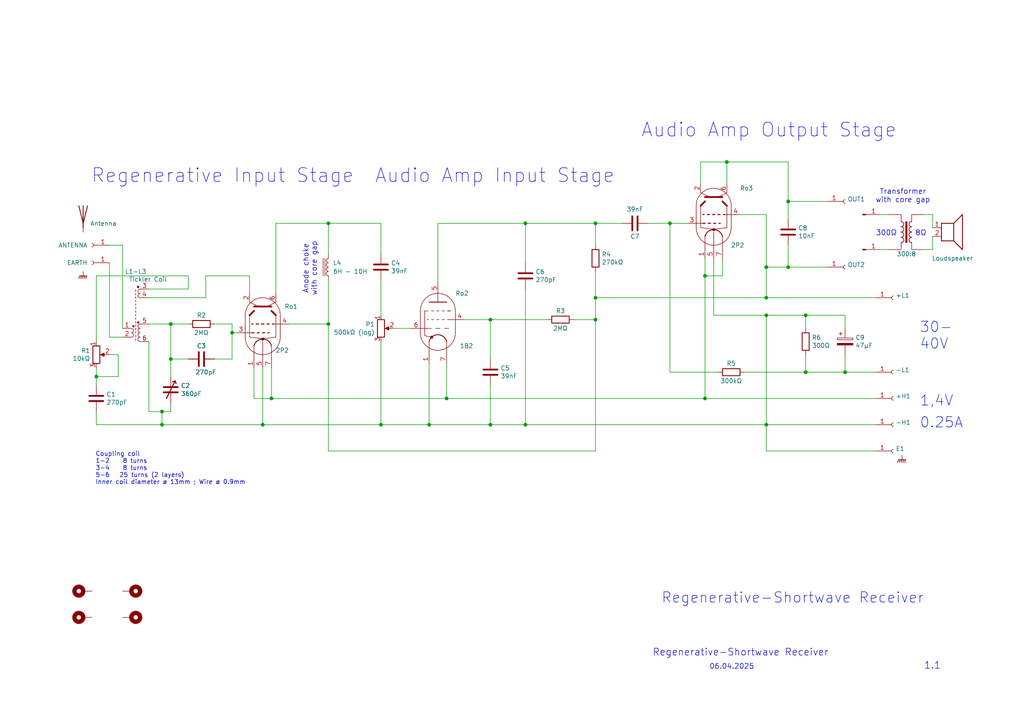
<source format=kicad_sch>
(kicad_sch (version 20250114) (generator "eeschema") (generator_version "9.0")
  (paper "A4")
  (lib_symbols
    (symbol "Connector:Conn_01x01_Pin" (pin_names (offset 1.016) (hide yes))
      (property "Reference" "J" (at 0 2.54 0))
      (property "Value" "Conn_01x01_Pin" (at 0 -2.54 0))
      (symbol "Conn_01x01_Pin_1_1"
        (rectangle (start 0.8636 0.127) (end 0 -0.127) (stroke (width 0.1524)) (fill (type outline)))
        (polyline (pts (xy 1.27 0) (xy 0.8636 0)) (stroke (width 0.1524)))
        (pin passive line (at 5.08 0 180) (length 3.81) (name "Pin_1") (number "1"))
      )
    )
    (symbol "Connector:Conn_01x01_Socket" (pin_names (offset 1.016) (hide yes))
      (property "Reference" "J" (at 0 2.54 0))
      (property "Value" "Conn_01x01_Socket" (at 0 -2.54 0))
      (symbol "Conn_01x01_Socket_1_1"
        (polyline (pts (xy -1.27 0) (xy -0.508 0)) (stroke (width 0.1524)))
        (arc (start 0 -0.508) (mid -0.5058 0) (end 0 0.508) (stroke (width 0.1524)))
        (pin passive line (at -5.08 0 0) (length 3.81) (name "Pin_1") (number "1"))
      )
    )
    (symbol "Device:Antenna" (pin_numbers (hide yes)) (pin_names (offset 1.016) (hide yes))
      (property "Reference" "AE" (at -1.905 1.905 0))
      (property "Value" "Antenna" (at -1.905 0 0))
      (symbol "Antenna_0_1"
        (polyline (pts (xy 0 2.54) (xy 0 -3.81)) (stroke (width 0.254)))
        (polyline (pts (xy 1.27 2.54) (xy 0 -2.54) (xy -1.27 2.54)) (stroke (width 0.254)))
      )
      (symbol "Antenna_1_1"
        (pin input line (at 0 -5.08 90) (length 2.54) (name "A") (number "1"))
      )
    )
    (symbol "Device:C" (pin_numbers (hide yes)) (pin_names (offset 0.254))
      (property "Reference" "C" (at 0.635 2.54 0))
      (property "Value" "C" (at 0.635 -2.54 0))
      (symbol "C_0_1"
        (polyline (pts (xy -2.032 0.762) (xy 2.032 0.762)) (stroke (width 0.508)))
        (polyline (pts (xy -2.032 -0.762) (xy 2.032 -0.762)) (stroke (width 0.508)))
      )
      (symbol "C_1_1"
        (pin passive line (at 0 3.81 270) (length 2.794) (name "~") (number "1"))
        (pin passive line (at 0 -3.81 90) (length 2.794) (name "~") (number "2"))
      )
    )
    (symbol "Device:C_Polarized" (pin_numbers (hide yes)) (pin_names (offset 0.254))
      (property "Reference" "C" (at 0.635 2.54 0))
      (property "Value" "C_Polarized" (at 0.635 -2.54 0))
      (symbol "C_Polarized_0_1"
        (rectangle (start -2.286 0.508) (end 2.286 1.016))
        (polyline (pts (xy -1.778 2.286) (xy -0.762 2.286)))
        (polyline (pts (xy -1.27 2.794) (xy -1.27 1.778)))
        (rectangle (start 2.286 -0.508) (end -2.286 -1.016) (fill (type outline)))
      )
      (symbol "C_Polarized_1_1"
        (pin passive line (at 0 3.81 270) (length 2.794) (name "~") (number "1"))
        (pin passive line (at 0 -3.81 90) (length 2.794) (name "~") (number "2"))
      )
    )
    (symbol "Device:C_Variable" (pin_numbers (hide yes)) (pin_names (offset 0.254) (hide yes))
      (property "Reference" "C" (at 0.635 -1.905 0))
      (property "Value" "C_Variable" (at 0.635 -3.81 0))
      (symbol "C_Variable_0_1"
        (polyline (pts (xy -2.032 0.762) (xy 2.032 0.762)) (stroke (width 0.508)))
        (polyline (pts (xy -2.032 -0.762) (xy 2.032 -0.762)) (stroke (width 0.508)))
        (polyline (pts (xy 1.27 2.54) (xy -1.27 -2.54)) (stroke (width 0.3048)))
        (polyline (pts (xy 1.27 2.54) (xy 0.508 2.286)) (stroke (width 0.3048)))
        (polyline (pts (xy 1.27 2.54) (xy 1.524 1.778)) (stroke (width 0.3048)))
      )
      (symbol "C_Variable_1_1"
        (pin passive line (at 0 3.81 270) (length 3.048) (name "~") (number "1"))
        (pin passive line (at 0 -3.81 90) (length 3.048) (name "~") (number "2"))
      )
    )
    (symbol "Device:L_Iron" (pin_numbers (hide yes)) (pin_names (offset 1.016) (hide yes))
      (property "Reference" "L" (at -1.27 0 90))
      (property "Value" "L_Iron" (at 2.794 0 90))
      (symbol "L_Iron_0_1"
        (arc (start 0 2.54) (mid 0.6323 1.905) (end 0 1.27))
        (arc (start 0 1.27) (mid 0.6323 0.635) (end 0 0))
        (arc (start 0 0) (mid 0.6323 -0.635) (end 0 -1.27))
        (arc (start 0 -1.27) (mid 0.6323 -1.905) (end 0 -2.54))
        (polyline (pts (xy 1.016 2.54) (xy 1.016 -2.54)))
        (polyline (pts (xy 1.524 -2.54) (xy 1.524 2.54)))
      )
      (symbol "L_Iron_1_1"
        (pin passive line (at 0 3.81 270) (length 1.27) (name "1") (number "1"))
        (pin passive line (at 0 -3.81 90) (length 1.27) (name "2") (number "2"))
      )
    )
    (symbol "Device:R" (pin_numbers (hide yes)) (pin_names (offset 0))
      (property "Reference" "R" (at 2.032 0 90))
      (property "Value" "R" (at 0 0 90))
      (symbol "R_0_1"
        (rectangle (start -1.016 -2.54) (end 1.016 2.54) (stroke (width 0.254)))
      )
      (symbol "R_1_1"
        (pin passive line (at 0 3.81 270) (length 1.27) (name "~") (number "1"))
        (pin passive line (at 0 -3.81 90) (length 1.27) (name "~") (number "2"))
      )
    )
    (symbol "Device:R_Potentiometer" (pin_names (offset 1.016) (hide yes))
      (property "Reference" "RV" (at -4.445 0 90))
      (property "Value" "R_Potentiometer" (at -2.54 0 90))
      (symbol "R_Potentiometer_0_1"
        (rectangle (start 1.016 2.54) (end -1.016 -2.54) (stroke (width 0.254)))
        (polyline (pts (xy 1.143 0) (xy 2.286 0.508) (xy 2.286 -0.508) (xy 1.143 0)) (fill (type outline)))
        (polyline (pts (xy 2.54 0) (xy 1.524 0)))
      )
      (symbol "R_Potentiometer_1_1"
        (pin passive line (at 0 3.81 270) (length 1.27) (name "1") (number "1"))
        (pin passive line (at 0 -3.81 90) (length 1.27) (name "3") (number "3"))
        (pin passive line (at 3.81 0 180) (length 1.27) (name "2") (number "2"))
      )
    )
    (symbol "Device:Speaker" (pin_names (offset 0) (hide yes))
      (property "Reference" "LS" (at 1.27 5.715 0))
      (property "Value" "Speaker" (at 1.27 3.81 0))
      (symbol "Speaker_0_0"
        (rectangle (start -2.54 1.27) (end 1.016 -3.81) (stroke (width 0.254)))
        (polyline (pts (xy 1.016 1.27) (xy 3.556 3.81) (xy 3.556 -6.35) (xy 1.016 -3.81)) (stroke (width 0.254)))
      )
      (symbol "Speaker_1_1"
        (pin input line (at -5.08 0 0) (length 2.54) (name "1") (number "1"))
        (pin input line (at -5.08 -2.54 0) (length 2.54) (name "2") (number "2"))
      )
    )
    (symbol "Mechanical:MountingHole_Pad" (pin_numbers (hide yes)) (pin_names (offset 1.016) (hide yes)) (exclude_from_sim yes) (in_bom no)
      (property "Reference" "H" (at 0 6.35 0))
      (property "Value" "MountingHole_Pad" (at 0 4.445 0))
      (symbol "MountingHole_Pad_0_1"
        (circle (center 0 1.27) (radius 1.27) (stroke (width 1.27)))
      )
      (symbol "MountingHole_Pad_1_1"
        (pin input line (at 0 -2.54 90) (length 2.54) (name "1") (number "1"))
      )
    )
    (symbol "Transformer:TRANSF1" (pin_numbers (hide yes)) (pin_names (offset 0))
      (property "Reference" "TR" (at 0 6.35 0))
      (property "Value" "TRANSF1" (at 0 -6.35 0))
      (symbol "TRANSF1_0_1"
        (polyline (pts (xy -2.54 5.08) (xy -1.524 5.08) (xy -1.524 3.048) (xy -1.524 3.048)) (stroke (width 0.1524)))
        (arc (start -1.524 3.048) (mid -0.7653 2.286) (end -1.524 1.524) (stroke (width 0.2032)))
        (arc (start -1.524 1.524) (mid -0.7653 0.762) (end -1.524 0) (stroke (width 0.2032)))
        (arc (start -1.524 0) (mid -0.7653 -0.762) (end -1.524 -1.524) (stroke (width 0.2032)))
        (arc (start -1.524 -1.524) (mid -0.7653 -2.286) (end -1.524 -3.048) (stroke (width 0.2032)))
        (polyline (pts (xy -1.524 -3.048) (xy -1.524 -5.08) (xy -2.54 -5.08) (xy -2.54 -5.08)) (stroke (width 0.1524)))
        (rectangle (start -0.254 3.048) (end 0.254 -3.048) (stroke (width 0.0254)) (fill (type outline)))
        (polyline (pts (xy 1.524 3.048) (xy 1.524 5.08) (xy 2.54 5.08) (xy 2.54 5.08)) (stroke (width 0.1524)))
        (arc (start 1.524 1.524) (mid 0.7653 2.286) (end 1.524 3.048) (stroke (width 0.2032)))
        (arc (start 1.524 0) (mid 0.7653 0.762) (end 1.524 1.524) (stroke (width 0.2032)))
        (arc (start 1.524 -1.524) (mid 0.7653 -0.762) (end 1.524 0) (stroke (width 0.2032)))
        (arc (start 1.524 -3.048) (mid 0.7653 -2.286) (end 1.524 -1.524) (stroke (width 0.2032)))
        (polyline (pts (xy 2.54 -5.08) (xy 1.524 -5.08) (xy 1.524 -3.048) (xy 1.524 -3.048)) (stroke (width 0.1524)))
      )
      (symbol "TRANSF1_1_1"
        (pin passive line (at -5.08 5.08 0) (length 2.54) (name "~") (number "1"))
        (pin passive line (at -5.08 -5.08 0) (length 2.54) (name "~") (number "2"))
        (pin passive line (at 5.08 5.08 180) (length 2.54) (name "~") (number "4"))
        (pin passive line (at 5.08 -5.08 180) (length 2.54) (name "~") (number "3"))
      )
    )
    (symbol "cbaurtx:1B2" (pin_names (offset 0) (hide yes))
      (property "Reference" "U" (at 6.35 -6.35 0))
      (property "Value" "1B2" (at 7.62 7.62 0))
      (symbol "1B2_0_1"
        (polyline (pts (xy -3.81 3.81) (xy -3.81 -3.4036)))
        (polyline (pts (xy -1.9304 -3.7592) (xy -3.81 -3.4036)))
        (polyline (pts (xy 0 9.144) (xy 0 6.4008)))
      )
      (symbol "1B2_1_1"
        (polyline (pts (xy -5.08 3.81) (xy -5.08 -2.54) (xy -5.08 -2.54)))
        (polyline (pts (xy -5.08 -1.27) (xy -3.175 -1.27)))
        (polyline (pts (xy -3.81 3.81) (xy -2.794 3.81)) (stroke (width 0.1524)))
        (polyline (pts (xy -3.175 1.27) (xy -2.794 1.27)) (stroke (width 0.1524)))
        (polyline (pts (xy -2.54 6.35) (xy 2.54 6.35) (xy 2.54 6.35)) (stroke (width 0.254)))
        (polyline (pts (xy -2.54 -8.89) (xy -2.54 -5.08)))
        (polyline (pts (xy -1.905 -1.27) (xy -3.175 -1.27)) (stroke (width 0.1524)))
        (polyline (pts (xy -1.8542 3.81) (xy -1.2192 3.81)) (stroke (width 0.1524)))
        (polyline (pts (xy -1.8542 1.27) (xy -1.2192 1.27)) (stroke (width 0.1524)))
        (circle (center -1.778 -3.81) (radius 0.3556) (fill (type outline)))
        (polyline (pts (xy -0.635 -1.27) (xy 0.635 -1.27)) (stroke (width 0.1524)))
        (polyline (pts (xy -0.3302 3.81) (xy 0.3302 3.81)) (stroke (width 0.1524)))
        (polyline (pts (xy -0.3302 1.27) (xy 0.3302 1.27)) (stroke (width 0.1524)))
        (arc (start -5.08 3.81) (mid 0 8.89) (end 5.08 3.81))
        (arc (start 5.08 -2.54) (mid 0 -7.62) (end -5.08 -2.54))
        (arc (start -2.54 -5.08) (mid 0 -3.0968) (end 2.54 -5.08) (stroke (width 0.254)))
        (polyline (pts (xy 1.2192 3.81) (xy 1.8542 3.81)) (stroke (width 0.1524)))
        (polyline (pts (xy 1.2192 1.27) (xy 1.8542 1.27)) (stroke (width 0.1524)))
        (polyline (pts (xy 1.905 -1.27) (xy 3.175 -1.27)) (stroke (width 0.1524)))
        (polyline (pts (xy 2.54 -8.89) (xy 2.54 -5.08)))
        (polyline (pts (xy 2.794 1.27) (xy 3.175 1.27)) (stroke (width 0.1524)))
        (polyline (pts (xy 2.8956 3.81) (xy 3.2766 3.81)) (stroke (width 0.1524)))
        (polyline (pts (xy 3.175 1.27) (xy 5.08 1.27)))
        (polyline (pts (xy 3.81 3.81) (xy 2.794 3.81)) (stroke (width 0.1524)))
        (polyline (pts (xy 5.08 -2.54) (xy 5.08 3.81) (xy 5.08 3.81)))
        (pin input line (at -7.62 -1.27 0) (length 2.54) (name "G1") (number "6"))
        (pin power_in line (at -2.54 -11.43 90) (length 2.54) (name "F-") (number "1"))
        (pin output line (at 0 11.684 270) (length 2.54) (name "A") (number "5"))
        (pin power_in line (at 2.54 -11.43 90) (length 2.54) (name "F+") (number "7"))
        (pin input line (at 7.62 1.27 180) (length 2.54) (name "G2") (number "4"))
      )
    )
    (symbol "cbaurtx:2P2" (pin_names (offset 0) (hide yes))
      (property "Reference" "U" (at 6.35 -6.35 0))
      (property "Value" "2P2" (at 7.62 7.62 0))
      (symbol "2P2_0_1"
        (polyline (pts (xy -3.81 7.62) (xy -1.27 6.35)))
        (polyline (pts (xy -3.81 3.81) (xy -2.54 5.08)))
        (polyline (pts (xy -3.81 3.81) (xy -3.81 -2.54) (xy 0 -2.9972)))
        (polyline (pts (xy 0 -8.89) (xy 0 -3.81)))
        (polyline (pts (xy 3.81 7.62) (xy 1.27 6.35)))
      )
      (symbol "2P2_1_1"
        (polyline (pts (xy -5.08 3.81) (xy -5.08 -2.54) (xy -5.08 -2.54)))
        (polyline (pts (xy -5.08 -1.27) (xy -3.175 -1.27)))
        (polyline (pts (xy -3.81 3.81) (xy -3.81 3.81)) (stroke (width 0.1524)))
        (polyline (pts (xy -3.81 3.81) (xy -2.54 5.08)) (stroke (width 0.508)))
        (polyline (pts (xy -3.175 1.27) (xy -2.794 1.27)) (stroke (width 0.3048)))
        (polyline (pts (xy -2.54 6.35) (xy 2.54 6.35) (xy 2.54 6.35)) (stroke (width 0.508)))
        (polyline (pts (xy -2.54 -8.89) (xy -2.54 -5.08)))
        (polyline (pts (xy -2.4892 -1.27) (xy -3.1242 -1.27)) (stroke (width 0.3048)))
        (polyline (pts (xy -1.8542 1.27) (xy -1.2192 1.27)) (stroke (width 0.3048)))
        (polyline (pts (xy -0.9398 -1.27) (xy -1.6002 -1.27)) (stroke (width 0.3048)))
        (polyline (pts (xy -0.3302 1.27) (xy 0.3302 1.27)) (stroke (width 0.3048)))
        (arc (start -5.08 3.81) (mid 0 8.89) (end 5.08 3.81))
        (arc (start 5.08 -2.54) (mid 0 -7.62) (end -5.08 -2.54))
        (circle (center 0 -3.0988) (radius 0.3556) (fill (type outline)))
        (arc (start -2.54 -5.08) (mid 0 -3.0968) (end 2.54 -5.08) (stroke (width 0.254)))
        (polyline (pts (xy 0.5842 -1.27) (xy -0.0508 -1.27)) (stroke (width 0.3048)))
        (polyline (pts (xy 1.2192 1.27) (xy 1.8542 1.27)) (stroke (width 0.3048)))
        (polyline (pts (xy 1.905 -1.27) (xy 1.524 -1.27)) (stroke (width 0.3048)))
        (polyline (pts (xy 2.54 -8.89) (xy 2.54 -5.08)))
        (polyline (pts (xy 2.794 1.27) (xy 3.175 1.27)) (stroke (width 0.3048)))
        (polyline (pts (xy 3.175 1.27) (xy 5.08 1.27)))
        (polyline (pts (xy 3.81 3.81) (xy 2.54 5.08)))
        (polyline (pts (xy 3.81 3.81) (xy 2.54 5.08)) (stroke (width 0.508)))
        (polyline (pts (xy 3.81 3.81) (xy 3.81 3.81)) (stroke (width 0.1524)))
        (polyline (pts (xy 3.81 3.81) (xy 3.81 -2.54) (xy 0 -2.9972)))
        (polyline (pts (xy 5.08 -2.54) (xy 5.08 3.81) (xy 5.08 3.81)))
        (pin input line (at -7.62 -1.27 0) (length 2.54) (name "G1") (number "3"))
        (pin output line (at -3.81 10.16 270) (length 2.54) (name "A") (number "2"))
        (pin power_in line (at -2.54 -11.43 90) (length 2.54) (name "F-") (number "1"))
        (pin input line (at 0 -11.43 90) (length 2.54) (name "G3") (number "5"))
        (pin power_in line (at 2.54 -11.43 90) (length 2.54) (name "F+") (number "7"))
        (pin output line (at 3.81 10.16 270) (length 2.54) (name "A") (number "6"))
        (pin input line (at 7.62 1.27 180) (length 2.54) (name "G2") (number "4"))
      )
    )
    (symbol "cbaurtx:GNDPWR" (power) (pin_numbers (hide yes)) (pin_names (offset 0) (hide yes))
      (property "Value" "GNDPWR" (at 0 -3.302 0))
      (symbol "GNDPWR_0_1"
        (polyline (pts (xy -1.016 -1.27) (xy -1.27 -2.032) (xy -1.27 -2.032)) (stroke (width 0.2032)))
        (polyline (pts (xy -0.508 -1.27) (xy -0.762 -2.032) (xy -0.762 -2.032)) (stroke (width 0.2032)))
        (polyline (pts (xy 0 -1.27) (xy 0 0)))
        (polyline (pts (xy 0 -1.27) (xy -0.254 -2.032) (xy -0.254 -2.032)) (stroke (width 0.2032)))
        (polyline (pts (xy 0.508 -1.27) (xy 0.254 -2.032) (xy 0.254 -2.032)) (stroke (width 0.2032)))
        (polyline (pts (xy 1.016 -1.27) (xy -1.016 -1.27) (xy -1.016 -1.27)) (stroke (width 0.2032)))
        (polyline (pts (xy 1.016 -1.27) (xy 0.762 -2.032) (xy 0.762 -2.032) (xy 0.762 -2.032)) (stroke (width 0.2032)))
      )
      (symbol "GNDPWR_1_1"
        (pin power_in line (at 0 0 270) (length 0) (hide yes) (name "GNDPWR") (number "1"))
      )
    )
    (symbol "cbaurtx:L_Coupled" (pin_names (offset 0) (hide yes))
      (property "Reference" "L" (at -0.4572 9.4488 0))
      (property "Value" "L_Coupled" (at -1.4732 -11.8872 0))
      (symbol "L_Coupled_0_1"
        (arc (start 0 6.35) (mid 0.635 5.715) (end 0 5.08))
        (arc (start 0 5.08) (mid 0.635 4.445) (end 0 3.81))
        (arc (start 0 -3.81) (mid 0.635 -4.445) (end 0 -5.08))
        (arc (start 0 -5.08) (mid 0.635 -5.715) (end 0 -6.35))
        (arc (start 0 -6.35) (mid 0.635 -6.985) (end 0 -7.62))
        (arc (start 0 -7.62) (mid 0.635 -8.255) (end 0 -8.89))
        (circle (center 0.5588 -3.3528) (radius 0.254) (fill (type outline)))
        (polyline (pts (xy 1.27 4.1148) (xy 1.27 3.6068)))
        (polyline (pts (xy 1.27 3.0988) (xy 1.27 2.5908)))
        (polyline (pts (xy 1.27 2.0828) (xy 1.27 1.5748)))
        (polyline (pts (xy 1.27 1.0668) (xy 1.27 0.5588)))
        (polyline (pts (xy 1.27 0.0508) (xy 1.27 -0.4572)))
        (polyline (pts (xy 1.27 -0.4572) (xy 1.27 0.0508)))
        (polyline (pts (xy 1.27 -0.9652) (xy 1.27 -1.4732)))
        (polyline (pts (xy 1.27 -1.4732) (xy 1.27 -0.9652)))
        (polyline (pts (xy 1.27 -2.4892) (xy 1.27 -1.9812)))
        (polyline (pts (xy 1.27 -3.5052) (xy 1.27 -2.9972)))
        (polyline (pts (xy 1.27 -4.5212) (xy 1.27 -4.0132)))
        (polyline (pts (xy 1.27 -5.5372) (xy 1.27 -5.0292)))
      )
      (symbol "L_Coupled_1_1"
        (circle (center 0.6096 6.9596) (radius 0.254) (fill (type outline)))
        (polyline (pts (xy 1.27 6.1468) (xy 1.27 5.6388)))
        (polyline (pts (xy 1.27 6.1468) (xy 1.27 5.6388)))
        (polyline (pts (xy 1.27 5.1308) (xy 1.27 4.6228)))
        (polyline (pts (xy 1.27 5.1308) (xy 1.27 4.6228)))
        (polyline (pts (xy 1.27 4.1148) (xy 1.27 3.6068)))
        (polyline (pts (xy 1.27 -5.0292) (xy 1.27 -5.5372)))
        (polyline (pts (xy 1.27 -5.5372) (xy 1.27 -5.0292)))
        (polyline (pts (xy 1.27 -6.5532) (xy 1.27 -6.0452)))
        (polyline (pts (xy 1.27 -7.5692) (xy 1.27 -7.0612)))
        (polyline (pts (xy 1.27 -8.5852) (xy 1.27 -8.0772)))
        (circle (center 1.9304 -4.4704) (radius 0.254) (fill (type outline)))
        (arc (start 2.54 -6.35) (mid 1.905 -5.715) (end 2.54 -5.08))
        (arc (start 2.54 -7.62) (mid 1.905 -6.985) (end 2.54 -6.35))
        (pin passive line (at -2.54 6.35 0) (length 2.54) (name "3") (number "3"))
        (pin passive line (at -2.54 3.81 0) (length 2.54) (name "4") (number "4"))
        (pin passive line (at -2.54 -3.81 0) (length 2.54) (name "5") (number "5"))
        (pin passive line (at -2.54 -8.89 0) (length 2.54) (name "6") (number "6"))
        (pin passive line (at 5.08 -5.08 180) (length 2.54) (name "1") (number "1"))
        (pin passive line (at 5.08 -7.62 180) (length 2.54) (name "2") (number "2"))
      )
    )
  )
  (text "1.1" (at 267.97 194.31 0) (effects (font (size 2.0066 2.0066)) (justify left bottom)))
  (text "Regenerative-Shortwave Receiver" (at 191.77 175.26 0) (effects (font (size 2.9972 2.9972)) (justify left bottom)))
  (text "Transformer\nwith core gap" (at 261.874 56.896 0) (effects (font (size 1.5 1.5))))
  (text "06.04.2025" (at 205.74 194.31 0) (effects (font (size 1.4986 1.4986)) (justify left bottom)))
  (text "1,4V" (at 266.7 118.11 0) (effects (font (size 2.9972 2.9972)) (justify left bottom)))
  (text "Anode choke\nwith core gap" (at 89.916 77.978 90) (effects (font (size 1.5 1.5))))
  (text "0.25A" (at 266.7 124.46 0) (effects (font (size 2.9972 2.9972)) (justify left bottom)))
  (text "Regenerative-Shortwave Receiver" (at 189.23 190.5 0) (effects (font (size 2.0066 2.0066)) (justify left bottom)))
  (text "8Ω" (at 265.43 68.58 0) (effects (font (size 1.4986 1.4986)) (justify left bottom)))
  (text "300Ω" (at 254 68.58 0) (effects (font (size 1.4986 1.4986)) (justify left bottom)))
  (text "Audio Amp Output Stage\n" (at 223.012 37.846 0) (effects (font (size 4 4))))
  (text "30-\n40V" (at 266.7 101.6 0) (effects (font (size 2.9972 2.9972)) (justify left bottom)))
  (text "Regenerative Input Stage  Audio Amp Input Stage\n" (at 102.362 51.054 0) (effects (font (size 4 4))))
  (text "Coupling coil\n1-2    8 turns\n3-4    8 turns\n5-6   25 turns (2 layers)\nInner coil diameter ø 13mm ; Wire ø 0.9mm" (at 27.686 140.716 0) (effects (font (size 1.27 1.27)) (justify left bottom)))
  (junction (at 76.2 123.19))
  (junction (at 222.25 123.19))
  (junction (at 152.4 123.19))
  (junction (at 78.74 115.57))
  (junction (at 222.25 77.47))
  (junction (at 233.68 107.95))
  (junction (at 46.99 123.19))
  (junction (at 142.24 92.71))
  (junction (at 46.99 119.38))
  (junction (at 194.31 64.77))
  (junction (at 129.54 115.57))
  (junction (at 49.53 104.14))
  (junction (at 124.46 123.19))
  (junction (at 172.72 92.71))
  (junction (at 204.47 115.57))
  (junction (at 245.11 107.95))
  (junction (at 152.4 64.77))
  (junction (at 49.53 93.98))
  (junction (at 110.49 123.19))
  (junction (at 67.31 96.52))
  (junction (at 204.47 80.01))
  (junction (at 27.94 109.22))
  (junction (at 222.25 91.44))
  (junction (at 210.82 46.99))
  (junction (at 228.6 58.42))
  (junction (at 233.68 91.44))
  (junction (at 222.25 86.36))
  (junction (at 142.24 123.19))
  (junction (at 95.25 93.98))
  (junction (at 228.6 77.47))
  (junction (at 172.72 86.36))
  (junction (at 95.25 64.77))
  (junction (at 172.72 64.77))
  (wire (pts (xy 95.25 64.77) (xy 110.49 64.77)))
  (wire (pts (xy 49.53 93.98) (xy 49.53 104.14)))
  (wire (pts (xy 228.6 46.99) (xy 228.6 58.42)))
  (wire (pts (xy 245.11 102.87) (xy 245.11 107.95)))
  (wire (pts (xy 46.99 123.19) (xy 27.94 123.19)))
  (wire (pts (xy 204.47 74.93) (xy 204.47 80.01)))
  (wire (pts (xy 222.25 62.23) (xy 222.25 77.47)))
  (wire (pts (xy 129.54 115.57) (xy 129.54 105.41)))
  (wire (pts (xy 194.31 64.77) (xy 194.31 107.95)))
  (wire (pts (xy 62.23 93.98) (xy 67.31 93.98)))
  (wire (pts (xy 233.68 107.95) (xy 245.11 107.95)))
  (wire (pts (xy 228.6 71.12) (xy 228.6 77.47)))
  (wire (pts (xy 59.69 80.01) (xy 72.39 80.01)))
  (wire (pts (xy 80.01 85.09) (xy 80.01 64.77)))
  (wire (pts (xy 152.4 76.2) (xy 152.4 64.77)))
  (wire (pts (xy 233.68 102.87) (xy 233.68 107.95)))
  (wire (pts (xy 210.82 53.34) (xy 210.82 46.99)))
  (wire (pts (xy 203.2 53.34) (xy 203.2 46.99)))
  (wire (pts (xy 72.39 80.01) (xy 72.39 85.09)))
  (wire (pts (xy 142.24 123.19) (xy 152.4 123.19)))
  (wire (pts (xy 233.68 91.44) (xy 233.68 95.25)))
  (wire (pts (xy 152.4 64.77) (xy 172.72 64.77)))
  (wire (pts (xy 54.61 83.82) (xy 54.61 80.01)))
  (wire (pts (xy 127 64.77) (xy 152.4 64.77)))
  (wire (pts (xy 172.72 78.74) (xy 172.72 86.36)))
  (wire (pts (xy 209.55 80.01) (xy 209.55 74.93)))
  (wire (pts (xy 73.66 106.68) (xy 73.66 115.57)))
  (wire (pts (xy 35.56 71.12) (xy 31.75 71.12)))
  (wire (pts (xy 67.31 93.98) (xy 67.31 96.52)))
  (wire (pts (xy 270.51 72.39) (xy 267.97 72.39)))
  (wire (pts (xy 172.72 64.77) (xy 180.34 64.77)))
  (wire (pts (xy 172.72 130.81) (xy 95.25 130.81)))
  (wire (pts (xy 172.72 86.36) (xy 222.25 86.36)))
  (wire (pts (xy 228.6 58.42) (xy 240.03 58.42)))
  (wire (pts (xy 46.99 119.38) (xy 46.99 123.19)))
  (wire (pts (xy 34.29 102.87) (xy 34.29 109.22)))
  (wire (pts (xy 172.72 92.71) (xy 172.72 130.81)))
  (wire (pts (xy 67.31 96.52) (xy 68.58 96.52)))
  (wire (pts (xy 76.2 123.19) (xy 46.99 123.19)))
  (wire (pts (xy 255.27 62.23) (xy 257.81 62.23)))
  (wire (pts (xy 43.18 86.36) (xy 59.69 86.36)))
  (wire (pts (xy 214.63 62.23) (xy 222.25 62.23)))
  (wire (pts (xy 222.25 91.44) (xy 233.68 91.44)))
  (wire (pts (xy 194.31 107.95) (xy 208.28 107.95)))
  (wire (pts (xy 76.2 106.68) (xy 76.2 123.19)))
  (wire (pts (xy 34.29 109.22) (xy 27.94 109.22)))
  (wire (pts (xy 142.24 111.76) (xy 142.24 123.19)))
  (wire (pts (xy 67.31 104.14) (xy 62.23 104.14)))
  (wire (pts (xy 222.25 130.81) (xy 254 130.81)))
  (wire (pts (xy 134.62 92.71) (xy 142.24 92.71)))
  (wire (pts (xy 95.25 130.81) (xy 95.25 93.98)))
  (wire (pts (xy 204.47 80.01) (xy 209.55 80.01)))
  (wire (pts (xy 78.74 115.57) (xy 78.74 106.68)))
  (wire (pts (xy 222.25 77.47) (xy 222.25 86.36)))
  (wire (pts (xy 187.96 64.77) (xy 194.31 64.77)))
  (wire (pts (xy 222.25 123.19) (xy 152.4 123.19)))
  (wire (pts (xy 31.75 76.2) (xy 31.75 97.79)))
  (wire (pts (xy 124.46 123.19) (xy 142.24 123.19)))
  (wire (pts (xy 172.72 64.77) (xy 172.72 71.12)))
  (wire (pts (xy 152.4 123.19) (xy 152.4 83.82)))
  (wire (pts (xy 222.25 91.44) (xy 222.25 123.19)))
  (wire (pts (xy 35.56 71.12) (xy 35.56 95.25)))
  (wire (pts (xy 270.51 68.58) (xy 270.51 72.39)))
  (wire (pts (xy 270.51 62.23) (xy 270.51 66.04)))
  (wire (pts (xy 73.66 115.57) (xy 78.74 115.57)))
  (wire (pts (xy 49.53 104.14) (xy 49.53 109.22)))
  (wire (pts (xy 267.97 62.23) (xy 270.51 62.23)))
  (wire (pts (xy 166.37 92.71) (xy 172.72 92.71)))
  (wire (pts (xy 35.56 97.79) (xy 31.75 97.79)))
  (wire (pts (xy 222.25 86.36) (xy 254 86.36)))
  (wire (pts (xy 203.2 46.99) (xy 210.82 46.99)))
  (wire (pts (xy 76.2 123.19) (xy 110.49 123.19)))
  (wire (pts (xy 43.18 83.82) (xy 54.61 83.82)))
  (wire (pts (xy 110.49 123.19) (xy 124.46 123.19)))
  (wire (pts (xy 83.82 93.98) (xy 95.25 93.98)))
  (wire (pts (xy 110.49 99.06) (xy 110.49 123.19)))
  (wire (pts (xy 142.24 104.14) (xy 142.24 92.71)))
  (wire (pts (xy 31.75 102.87) (xy 34.29 102.87)))
  (wire (pts (xy 222.25 77.47) (xy 228.6 77.47)))
  (wire (pts (xy 207.01 91.44) (xy 207.01 74.93)))
  (wire (pts (xy 210.82 46.99) (xy 228.6 46.99)))
  (wire (pts (xy 110.49 81.28) (xy 110.49 91.44)))
  (wire (pts (xy 222.25 123.19) (xy 222.25 130.81)))
  (wire (pts (xy 204.47 80.01) (xy 204.47 115.57)))
  (wire (pts (xy 114.3 95.25) (xy 119.38 95.25)))
  (wire (pts (xy 204.47 115.57) (xy 254 115.57)))
  (wire (pts (xy 142.24 92.71) (xy 158.75 92.71)))
  (wire (pts (xy 80.01 64.77) (xy 95.25 64.77)))
  (wire (pts (xy 245.11 91.44) (xy 233.68 91.44)))
  (wire (pts (xy 222.25 91.44) (xy 207.01 91.44)))
  (wire (pts (xy 228.6 77.47) (xy 240.03 77.47)))
  (wire (pts (xy 127 82.296) (xy 127 64.77)))
  (wire (pts (xy 49.53 119.38) (xy 46.99 119.38)))
  (wire (pts (xy 172.72 92.71) (xy 172.72 86.36)))
  (wire (pts (xy 228.6 58.42) (xy 228.6 63.5)))
  (wire (pts (xy 67.31 96.52) (xy 67.31 104.14)))
  (wire (pts (xy 110.49 64.77) (xy 110.49 73.66)))
  (wire (pts (xy 27.94 119.38) (xy 27.94 123.19)))
  (wire (pts (xy 95.25 93.98) (xy 95.25 81.28)))
  (wire (pts (xy 43.18 119.38) (xy 43.18 99.06)))
  (wire (pts (xy 54.61 80.01) (xy 27.94 80.01)))
  (wire (pts (xy 27.94 109.22) (xy 27.94 111.76)))
  (wire (pts (xy 245.11 95.25) (xy 245.11 91.44)))
  (wire (pts (xy 27.94 106.68) (xy 27.94 109.22)))
  (wire (pts (xy 59.69 86.36) (xy 59.69 80.01)))
  (wire (pts (xy 46.99 119.38) (xy 43.18 119.38)))
  (wire (pts (xy 222.25 123.19) (xy 254 123.19)))
  (wire (pts (xy 215.9 107.95) (xy 233.68 107.95)))
  (wire (pts (xy 129.54 115.57) (xy 78.74 115.57)))
  (wire (pts (xy 27.94 80.01) (xy 27.94 99.06)))
  (wire (pts (xy 54.61 104.14) (xy 49.53 104.14)))
  (wire (pts (xy 255.27 72.39) (xy 257.81 72.39)))
  (wire (pts (xy 245.11 107.95) (xy 254 107.95)))
  (wire (pts (xy 204.47 115.57) (xy 129.54 115.57)))
  (wire (pts (xy 49.53 116.84) (xy 49.53 119.38)))
  (wire (pts (xy 199.39 64.77) (xy 194.31 64.77)))
  (wire (pts (xy 124.46 105.41) (xy 124.46 123.19)))
  (wire (pts (xy 95.25 73.66) (xy 95.25 64.77)))
  (wire (pts (xy 43.18 93.98) (xy 49.53 93.98)))
  (wire (pts (xy 49.53 93.98) (xy 54.61 93.98)))
  (symbol (lib_id "cbaurtx:2P2") (at 207.01 63.5 0) (unit 1)
    (property "Reference" "Ro3" (at 218.44 54.61 0) (effects (justify right)))
    (property "Value" "2P2" (at 215.9 71.12 0) (effects (justify right)))
    (property "Footprint" "Valve:Valve_Mini_P" (effects (hide yes)))
  )
  (symbol (lib_id "Transformer:TRANSF1") (at 262.89 67.31 0) (unit 1)
    (property "Reference" "#TR1" (effects (hide yes)))
    (property "Value" "300:8" (at 262.89 73.66 0))
  )
  (symbol (lib_id "Connector:Conn_01x01_Socket") (at 245.11 58.42 0) (unit 1)
    (property "Reference" "OUT1" (at 245.8212 57.7596 0) (effects (justify left)))
    (property "Value" "Conn_01x01_Female" (effects (hide yes)))
    (property "Footprint" "Banana_terminals:Banana_Jack_Terminal_1Pin" (effects (hide yes)))
  )
  (symbol (lib_id "Connector:Conn_01x01_Socket") (at 245.11 77.47 0) (unit 1)
    (property "Reference" "OUT2" (at 245.8212 76.8096 0) (effects (justify left)))
    (property "Value" "Conn_01x01_Female" (effects (hide yes)))
    (property "Footprint" "Banana_terminals:Banana_Jack_Terminal_1Pin" (effects (hide yes)))
  )
  (symbol (lib_id "Connector:Conn_01x01_Socket") (at 259.08 86.36 0) (unit 1)
    (property "Reference" "+L1" (at 259.7912 85.6996 0) (effects (justify left)))
    (property "Value" "Conn_01x01_Female" (effects (hide yes)))
    (property "Footprint" "Banana_terminals:Banana_Jack_Terminal_1Pin" (effects (hide yes)))
  )
  (symbol (lib_id "Connector:Conn_01x01_Socket") (at 259.08 107.95 0) (unit 1)
    (property "Reference" "-L1" (at 259.7912 107.2896 0) (effects (justify left)))
    (property "Value" "Conn_01x01_Female" (effects (hide yes)))
    (property "Footprint" "Banana_terminals:Banana_Jack_Terminal_1Pin" (effects (hide yes)))
  )
  (symbol (lib_id "Device:C_Polarized") (at 245.11 99.06 0) (unit 1)
    (property "Reference" "C9" (at 248.1072 97.8916 0) (effects (justify left)))
    (property "Value" "47µF" (at 248.1072 100.203 0) (effects (justify left)))
    (property "Footprint" "Capacitor_THT:CP_Axial_L20.0mm_D10.0mm_P26.00mm_Horizontal" (effects (hide yes)))
  )
  (symbol (lib_id "Device:R") (at 233.68 99.06 0) (unit 1)
    (property "Reference" "R6" (at 235.458 97.8916 0) (effects (justify left)))
    (property "Value" "300Ω" (at 235.458 100.203 0) (effects (justify left)))
    (property "Footprint" "Resistor_THT:R_Axial_Power_L25.0mm_W6.4mm_P30.48mm" (effects (hide yes)))
  )
  (symbol (lib_id "Device:R") (at 212.09 107.95 90) (unit 1)
    (property "Reference" "R5" (at 212.09 105.41 90))
    (property "Value" "300kΩ" (at 212.09 110.49 90))
    (property "Footprint" "cbaurtx:R_Vintage_17mm_D7mm_P16mm_Horizontal" (effects (hide yes)))
  )
  (symbol (lib_id "Device:Antenna") (at 24.13 62.23 0) (unit 1)
    (property "Reference" "#Antenne1" (effects (hide yes)))
    (property "Value" "Antenna" (at 26.162 64.8208 0) (effects (justify left)))
  )
  (symbol (lib_id "Connector:Conn_01x01_Socket") (at 26.67 76.2 0) (mirror y) (unit 1)
    (property "Reference" "EARTH" (at 25.4 76.2 0) (effects (justify left)))
    (property "Value" "Conn_01x01_Female" (effects (hide yes)))
    (property "Footprint" "Banana_terminals:Banana_Jack_Terminal_1Pin" (effects (hide yes)))
  )
  (symbol (lib_id "Device:Speaker") (at 275.59 66.04 0) (unit 1)
    (property "Reference" "#LS1" (effects (hide yes)))
    (property "Value" "Loudspeaker" (at 270.256 74.93 0) (effects (justify left)))
  )
  (symbol (lib_id "Connector:Conn_01x01_Socket") (at 26.67 71.12 0) (mirror y) (unit 1)
    (property "Reference" "ANTENNA" (at 25.4 71.12 0) (effects (justify left)))
    (property "Value" "Conn_01x01_Female" (effects (hide yes)))
    (property "Footprint" "Banana_terminals:Banana_Jack_Terminal_1Pin" (effects (hide yes)))
  )
  (symbol (lib_id "Connector:Conn_01x01_Socket") (at 259.08 115.57 0) (unit 1)
    (property "Reference" "+H1" (at 259.7912 114.9096 0) (effects (justify left)))
    (property "Value" "Conn_01x01_Female" (effects (hide yes)))
    (property "Footprint" "Banana_terminals:Banana_Jack_Terminal_1Pin" (effects (hide yes)))
  )
  (symbol (lib_id "Connector:Conn_01x01_Socket") (at 259.08 123.19 0) (unit 1)
    (property "Reference" "-H1" (at 259.7912 122.5296 0) (effects (justify left)))
    (property "Value" "Conn_01x01_Female" (effects (hide yes)))
    (property "Footprint" "Banana_terminals:Banana_Jack_Terminal_1Pin" (effects (hide yes)))
  )
  (symbol (lib_id "Device:C") (at 228.6 67.31 0) (unit 1)
    (property "Reference" "C8" (at 231.521 66.1416 0) (effects (justify left)))
    (property "Value" "10nF" (at 231.521 68.453 0) (effects (justify left)))
    (property "Footprint" "cbaurtx:C_Axial_L10.0mm_D6.0mm_P15.00mm_Horizontal" (effects (hide yes)))
  )
  (symbol (lib_id "Device:C") (at 184.15 64.77 270) (unit 1)
    (property "Reference" "C7" (at 184.15 68.58 90))
    (property "Value" "39nF" (at 184.15 60.6806 90))
    (property "Footprint" "Capacitor_THT:C_Axial_L17.0mm_D6.5mm_P20.00mm_Horizontal" (effects (hide yes)))
  )
  (symbol (lib_id "cbaurtx:1B2") (at 127 93.98 0) (unit 1)
    (property "Reference" "Ro2" (at 132.08 85.09 0) (effects (justify left)))
    (property "Value" "1B2" (at 133.35 100.33 0) (effects (justify left)))
    (property "Footprint" "Valve:Valve_Mini_P" (effects (hide yes)))
  )
  (symbol (lib_id "Device:R") (at 172.72 74.93 0) (unit 1)
    (property "Reference" "R4" (at 174.498 73.7616 0) (effects (justify left)))
    (property "Value" "270kΩ" (at 174.498 76.073 0) (effects (justify left)))
    (property "Footprint" "cbaurtx:R_Vintage_17mm_D7mm_P16mm_Horizontal" (effects (hide yes)))
  )
  (symbol (lib_id "Device:R") (at 162.56 92.71 90) (unit 1)
    (property "Reference" "R3" (at 162.56 90.17 90))
    (property "Value" "2MΩ" (at 162.56 95.25 90))
    (property "Footprint" "cbaurtx:R_Vintage_17mm_D7mm_P15mm_Horizontal" (effects (hide yes)))
  )
  (symbol (lib_id "Device:C") (at 152.4 80.01 0) (unit 1)
    (property "Reference" "C6" (at 155.321 78.8416 0) (effects (justify left)))
    (property "Value" "270pF" (at 155.321 81.153 0) (effects (justify left)))
    (property "Footprint" "cbaurtx:C_Axial_L25.0mm_D5.0mm_P30.00mm_Horizontal" (effects (hide yes)))
  )
  (symbol (lib_id "Mechanical:MountingHole_Pad") (at 24.13 171.45 90) (unit 1)
    (property "Reference" "H1" (effects (hide yes)))
    (property "Value" "MountingHole_Pad" (effects (hide yes)))
    (property "Footprint" "MountingHole:MountingHole_4.3mm_M4_DIN965_Pad_TopOnly" (effects (hide yes)))
  )
  (symbol (lib_id "Mechanical:MountingHole_Pad") (at 24.13 179.07 90) (unit 1)
    (property "Reference" "H2" (effects (hide yes)))
    (property "Value" "MountingHole_Pad" (effects (hide yes)))
    (property "Footprint" "MountingHole:MountingHole_4.3mm_M4_DIN965_Pad_TopOnly" (effects (hide yes)))
  )
  (symbol (lib_id "Mechanical:MountingHole_Pad") (at 38.1 171.45 270) (unit 1)
    (property "Reference" "H3" (effects (hide yes)))
    (property "Value" "MountingHole_Pad" (effects (hide yes)))
    (property "Footprint" "MountingHole:MountingHole_4.3mm_M4_DIN965_Pad_TopOnly" (effects (hide yes)))
  )
  (symbol (lib_id "Device:C") (at 142.24 107.95 0) (unit 1)
    (property "Reference" "C5" (at 145.161 106.7816 0) (effects (justify left)))
    (property "Value" "39nF" (at 145.161 109.093 0) (effects (justify left)))
    (property "Footprint" "Capacitor_THT:C_Axial_L17.0mm_D6.5mm_P20.00mm_Horizontal" (effects (hide yes)))
  )
  (symbol (lib_id "Mechanical:MountingHole_Pad") (at 38.1 179.07 270) (unit 1)
    (property "Reference" "H4" (effects (hide yes)))
    (property "Value" "MountingHole_Pad" (effects (hide yes)))
    (property "Footprint" "MountingHole:MountingHole_4.3mm_M4_DIN965_Pad_TopOnly" (effects (hide yes)))
  )
  (symbol (lib_id "cbaurtx:2P2") (at 76.2 95.25 0) (unit 1)
    (property "Reference" "Ro1" (at 86.36 88.9 0) (effects (justify right)))
    (property "Value" "2P2" (at 83.82 101.6 0) (effects (justify right)))
    (property "Footprint" "Valve:Valve_Mini_P" (effects (hide yes)))
  )
  (symbol (lib_id "Device:R_Potentiometer") (at 110.49 95.25 0) (unit 1)
    (property "Reference" "P1" (at 108.712 94.0816 0) (effects (justify right)))
    (property "Value" "500kΩ (log)" (at 108.712 96.393 0) (effects (justify right)))
    (property "Footprint" "cbaurtx:Potentiometer_Round_D19_Vertical" (effects (hide yes)))
  )
  (symbol (lib_id "Device:C") (at 110.49 77.47 0) (unit 1)
    (property "Reference" "C4" (at 113.411 76.3016 0) (effects (justify left)))
    (property "Value" "39nF" (at 113.411 78.613 0) (effects (justify left)))
    (property "Footprint" "Capacitor_THT:C_Axial_L17.0mm_D6.5mm_P20.00mm_Horizontal" (effects (hide yes)))
  )
  (symbol (lib_id "Device:L_Iron") (at 95.25 77.47 180) (unit 1)
    (property "Reference" "L4" (at 97.79 76.2 0))
    (property "Value" "6H - 10H" (at 101.6 78.74 0))
    (property "Footprint" "cbaurtx:L_37mmx15mm" (effects (hide yes)))
  )
  (symbol (lib_id "Device:R_Potentiometer") (at 27.94 102.87 0) (unit 1)
    (property "Reference" "R1" (at 26.1874 101.7016 0) (effects (justify right)))
    (property "Value" "10kΩ" (at 26.1874 104.013 0) (effects (justify right)))
    (property "Footprint" "Potentiometer_THT:Potentiometer_ACP_CA14V-15_Vertical" (effects (hide yes)))
  )
  (symbol (lib_id "Device:C") (at 27.94 115.57 0) (unit 1)
    (property "Reference" "C1" (at 30.861 114.4016 0) (effects (justify left)))
    (property "Value" "270pF" (at 30.861 116.713 0) (effects (justify left)))
    (property "Footprint" "cbaurtx:C_Axial_L25.0mm_D5.0mm_P30.00mm_Horizontal" (effects (hide yes)))
  )
  (symbol (lib_id "Connector:Conn_01x01_Pin") (at 250.19 62.23 0) (unit 1)
    (property "Reference" "#J3" (effects (hide yes)))
    (property "Value" "Conn_01x01_Male" (effects (hide yes)))
  )
  (symbol (lib_id "Connector:Conn_01x01_Pin") (at 250.19 72.39 0) (unit 1)
    (property "Reference" "#J4" (effects (hide yes)))
    (property "Value" "Conn_01x01_Male" (effects (hide yes)))
  )
  (symbol (lib_id "Device:R") (at 58.42 93.98 90) (unit 1)
    (property "Reference" "R2" (at 58.42 91.44 90))
    (property "Value" "2MΩ" (at 58.42 96.52 90))
    (property "Footprint" "cbaurtx:R_Vintage_17mm_D7mm_P15mm_Horizontal" (effects (hide yes)))
  )
  (symbol (lib_id "Device:C") (at 58.42 104.14 270) (unit 1)
    (property "Reference" "C3" (at 58.42 100.33 90))
    (property "Value" "270pF" (at 59.69 107.95 90))
    (property "Footprint" "cbaurtx:C_Axial_L25.0mm_D5.0mm_P30.00mm_Horizontal" (effects (hide yes)))
  )
  (symbol (lib_id "Device:C_Variable") (at 49.53 113.03 0) (unit 1)
    (property "Reference" "C2" (at 52.451 111.8616 0) (effects (justify left)))
    (property "Value" "360pF" (at 52.451 114.173 0) (effects (justify left)))
    (property "Footprint" "cbaurtx:C_Var_L36mm_W33mm" (effects (hide yes)))
  )
  (symbol (lib_id "Connector:Conn_01x01_Socket") (at 259.08 130.81 0) (unit 1)
    (property "Reference" "E1" (at 259.7912 130.1496 0) (effects (justify left)))
    (property "Value" "Erde" (effects (hide yes)))
    (property "Footprint" "Banana_terminals:Banana_Jack_Terminal_1Pin" (effects (hide yes)))
  )
  (symbol (lib_id "cbaurtx:L_Coupled") (at 40.64 90.17 0) (mirror y) (unit 1)
    (property "Reference" "L1-L3" (at 39.37 78.7654 0))
    (property "Value" "Tickler Coil" (at 42.926 81.026 0))
    (property "Footprint" "cbaurtx:L_Antennal_L72mm_D23mm" (effects (hide yes)))
  )
  (symbol (lib_id "cbaurtx:GNDPWR") (at 261.62 132.08 0) (unit 1)
    (property "Reference" "#PWR0101" (effects (hide yes)))
    (property "Value" "GNDPWR" (effects (hide yes)))
  )
  (symbol (lib_id "cbaurtx:GNDPWR") (at 24.13 78.74 0) (unit 1)
    (property "Reference" "#PWR0102" (effects (hide yes)))
    (property "Value" "GNDPWR" (effects (hide yes)))
  )
)
</source>
